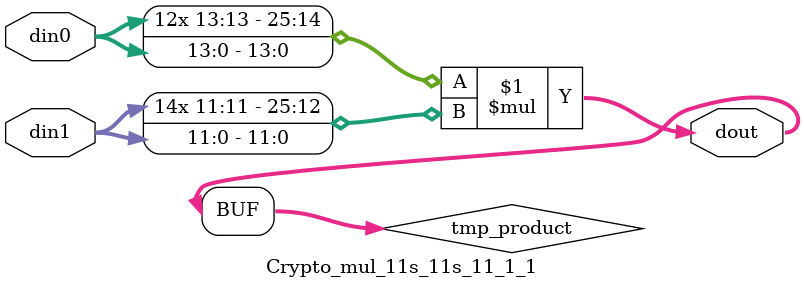
<source format=v>

`timescale 1 ns / 1 ps

  module Crypto_mul_11s_11s_11_1_1(din0, din1, dout);
parameter ID = 1;
parameter NUM_STAGE = 0;
parameter din0_WIDTH = 14;
parameter din1_WIDTH = 12;
parameter dout_WIDTH = 26;

input [din0_WIDTH - 1 : 0] din0; 
input [din1_WIDTH - 1 : 0] din1; 
output [dout_WIDTH - 1 : 0] dout;

wire signed [dout_WIDTH - 1 : 0] tmp_product;













assign tmp_product = $signed(din0) * $signed(din1);








assign dout = tmp_product;







endmodule

</source>
